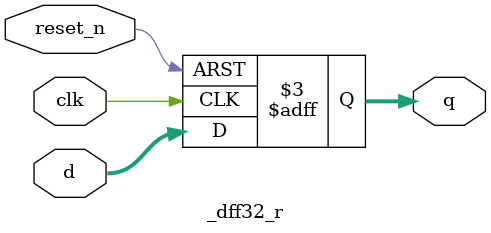
<source format=v>
module _dff32_r(q, clk, reset_n, d);
	input clk, reset_n; 	//clk, active-low reset
	input [31:0] d; 		//input d
	output [31:0] q; 		//output q
	
	reg [31:0] q;
	
	always @(posedge clk or negedge reset_n) 
	begin
		if (reset_n == 0) q <= 31'b0; //reset_n = 0, q = 0
		else q <= d;
	end
endmodule 
</source>
